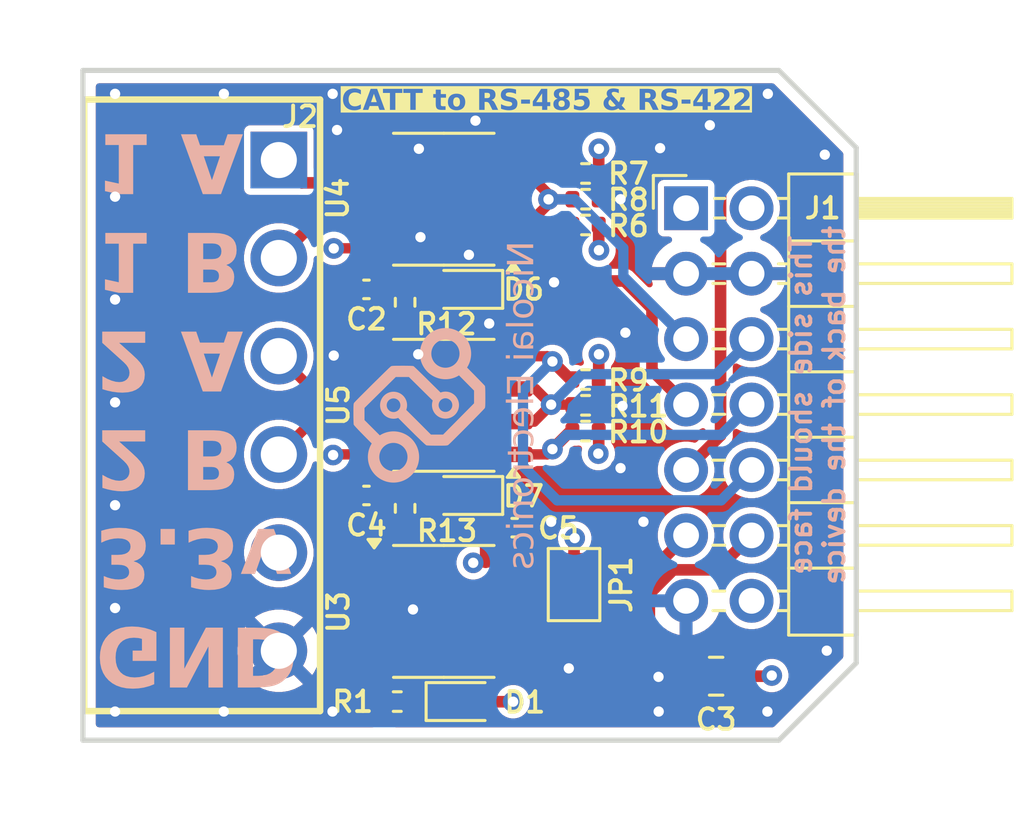
<source format=kicad_pcb>
(kicad_pcb (version 20241229) (generator "pcbnew") (generator_version "9.0")
  (layers (0 "F.Cu" signal) (4 "In1.Cu" signal) (6 "In2.Cu" signal) (2 "B.Cu" signal) (13 "F.Paste" user) (15 "B.Paste" user) (5 "F.SilkS" user "F.Silkscreen") (7 "B.SilkS" user "B.Silkscreen") (1 "F.Mask" user) (3 "B.Mask" user) (25 "Edge.Cuts" user))
  (net 0 "")
  (net 1 "+3.3V")
  (net 3 "GND")
  (net 4 "RX1")
  (net 5 "TX1")
  (net 6 "RX2")
  (net 7 "TX2")
  (net 8 "Net-(D6-A)")
  (net 9 "Net-(D7-A)")
  (net 10 "DIR1")
  (net 11 "DIR2")
  (net 12 "OUT1_N")
  (net 13 "OUT1_P")
  (net 14 "Net-(D1-K)")
  (net 15 "OUT2_N")
  (net 16 "OUT2_P")
  (net 17 "I2C_SCL")
  (net 18 "I2C_SDA")
  (net 19 "Net-(JP1-A)")
  (footprint "Resistor_SMD:R_0402_1005Metric" (layer "F.Cu") (at 4.5 -9)
    (property "Reference" "R7")
    (property "Value" "100k" (hide yes))
  )
  (footprint "Package_SO:SOIC-8_3.9x4.9mm_P1.27mm" (layer "F.Cu") (at -1 0 180)
    (property "Reference" "U5")
    (property "Value" "SN65HVD75DR" (hide yes))
  )
  (footprint "Resistor_SMD:R_0402_1005Metric" (layer "F.Cu") (at 4.5 0 180)
    (property "Reference" "R11")
    (property "Value" "100k" (hide yes))
  )
  (footprint "Resistor_SMD:R_0402_1005Metric" (layer "F.Cu") (at -2.5 -4 -90)
    (property "Reference" "R12")
    (property "Value" "1k" (hide yes))
  )
  (footprint "Package_SO:SOIC-8_3.9x4.9mm_P1.27mm" (layer "F.Cu") (at -1 -8 180)
    (property "Reference" "U4")
    (property "Value" "SN65HVD75DR" (hide yes))
  )
  (footprint "Resistor_SMD:R_0402_1005Metric" (layer "F.Cu") (at 4.5 -8 180)
    (property "Reference" "R8")
    (property "Value" "100k" (hide yes))
  )
  (footprint "Capacitor_SMD:C_0402_1005Metric" (layer "F.Cu") (at -4 -4.5 180)
    (property "Reference" "C2")
    (property "Value" "100n" (hide yes))
  )
  (footprint "Resistor_SMD:R_0402_1005Metric" (layer "F.Cu") (at -2.5 4 -90)
    (property "Reference" "R13")
    (property "Value" "1k" (hide yes))
  )
  (footprint "Capacitor_SMD:C_0402_1005Metric" (layer "F.Cu") (at 1.75 4.75)
    (property "Reference" "C5")
    (property "Value" "100n" (hide yes))
  )
  (footprint "Capacitor_SMD:C_0402_1005Metric" (layer "F.Cu") (at -4 3.5 180)
    (property "Reference" "C4")
    (property "Value" "100n" (hide yes))
  )
  (footprint "Package_SO:SOP-8_3.9x4.9mm_P1.27mm" (layer "F.Cu") (at -1 8)
    (property "Reference" "U3")
    (property "Value" "24C02BN" (hide yes))
  )
  (footprint "Resistor_SMD:R_0402_1005Metric" (layer "F.Cu") (at -2.8044 11.5)
    (property "Reference" "R1")
    (property "Value" "1k" (hide yes))
  )
  (footprint "Resistor_SMD:R_0402_1005Metric" (layer "F.Cu") (at 4.5 -7)
    (property "Reference" "R6")
    (property "Value" "100k" (hide yes))
  )
  (footprint "Jumper:SolderJumper-2_P1.3mm_Open_TrianglePad1.0x1.5mm" (layer "F.Cu") (at 4.0536 6.9596 90)
    (property "Reference" "JP1")
    (property "Value" "WP" (hide yes))
  )
  (footprint "Resistor_SMD:R_0402_1005Metric" (layer "F.Cu") (at 4.5 1)
    (property "Reference" "R10")
    (property "Value" "100k" (hide yes))
  )
  (footprint "LED_SMD:LED_0603_1608Metric" (layer "F.Cu") (at -0.2 3.5 180)
    (property "Reference" "D7")
    (property "Value" "LED" (hide yes))
  )
  (footprint "Resistor_SMD:R_0402_1005Metric" (layer "F.Cu") (at 4.5 -1)
    (property "Reference" "R9")
    (property "Value" "100k" (hide yes))
  )
  (footprint "Capacitor_SMD:C_0805_2012Metric" (layer "F.Cu") (at 9.5654 10.5156 180)
    (property "Reference" "C3")
    (property "Value" "22u" (hide yes))
  )
  (footprint "library:CONN-TH_WJ15EDGRC-3.81-6P" (layer "F.Cu") (at -7.4 0 -90)
    (property "Reference" "J2")
    (property "Value" "Output" (hide yes))
  )
  (footprint "Connector_PinHeader_2.54mm:PinHeader_2x07_P2.54mm_Horizontal" (layer "F.Cu") (at 8.4 -7.65)
    (property "Reference" "J1")
    (property "Value" "CATT" (hide yes))
  )
  (footprint "LED_SMD:LED_0603_1608Metric" (layer "F.Cu") (at -0.2 11.5)
    (property "Reference" "D1")
    (property "Value" "LED" (hide yes))
  )
  (footprint "LED_SMD:LED_0603_1608Metric" (layer "F.Cu") (at -0.2 -4.5 180)
    (property "Reference" "D6")
    (property "Value" "LED" (hide yes))
  )
  (gr_poly (pts (xy -3.472833 -0.002759) (xy -3.472189 -0.028769) (xy -3.470268 -0.054602) (xy -3.467087 -0.080216) (xy -3.462664 -0.105567) (xy -3.457018 -0.130613) (xy -3.450165 -0.15531) (xy -3.442123 -0.179616) (xy -3.432912 -0.203488) (xy -3.422547 -0.226882) (xy -3.411047 -0.249755) (xy -3.39843 -0.272065) (xy -3.384714 -0.293768) (xy -3.369917 -0.314823) (xy -3.354055 -0.335184) (xy -3.337148 -0.35481) (xy -3.319212 -0.373658) (xy -3.300365 -0.391594) (xy -3.280739 -0.408502) (xy -3.260378 -0.424364) (xy -3.239324 -0.439163) (xy -3.217621 -0.45288) (xy -3.195311 -0.465497) (xy -3.172438 -0.476998) (xy -3.149044 -0.487363) (xy -3.125172 -0.496576) (xy -3.100866 -0.504618) (xy -3.076168 -0.511471) (xy -3.051122 -0.517119) (xy -3.02577 -0.521542) (xy -3.000156 -0.524724) (xy -2.974321 -0.526646) (xy -2.94831 -0.527291) (xy -2.9223 -0.526647) (xy -2.896467 -0.524725) (xy -2.870853 -0.521544) (xy -2.845502 -0.51712) (xy -2.820456 -0.511473) (xy -2.795759 -0.50462) (xy -2.771453 -0.496578) (xy -2.747582 -0.487366) (xy -2.724188 -0.477001) (xy -2.701315 -0.465501) (xy -2.679005 -0.452884) (xy -2.657302 -0.439167) (xy -2.636248 -0.424369) (xy -2.615886 -0.408507) (xy -2.59626 -0.3916) (xy -2.577413 -0.373664) (xy -2.559477 -0.354816) (xy -2.54257 -0.33519) (xy -2.526708 -0.314829) (xy -2.51191 -0.293775) (xy -2.498194 -0.272072) (xy -2.485577 -0.249762) (xy -2.474077 -0.226888) (xy -2.463712 -0.203495) (xy -2.454499 -0.179624) (xy -2.446458 -0.155318) (xy -2.439604 -0.130621) (xy -2.433957 -0.105575) (xy -2.429534 -0.080224) (xy -2.426353 -0.05461) (xy -2.424431 -0.028777) (xy -2.423787 -0.002767) (xy -2.423939 0.008819) (xy -2.424347 0.02039) (xy -2.42501 0.03194) (xy -2.425927 0.043466) (xy -2.427097 0.054963) (xy -2.428519 0.066428) (xy -2.430193 0.077855) (xy -2.432118 0.089242) (xy -2.434294 0.100583) (xy -2.436719 0.111876) (xy -2.439392 0.123115) (xy -2.442314 0.134296) (xy -2.445482 0.145415) (xy -2.448897 0.156469) (xy -2.452558 0.167453) (xy -2.456464 0.178362) (xy -2.299423 0.333655) (xy -2.125909 0.506604) (xy -1.497965 1.136069) (xy -1.026566 1.136069) (xy -0.426068 0.529059) (xy 0.174401 -0.077981) (xy 0.174401 -0.570527) (xy -0.409914 -1.161319) (xy -0.439628 -1.143538) (xy -0.469878 -1.126837) (xy -0.500634 -1.111224) (xy -0.531866 -1.096708) (xy -0.563545 -1.083297) (xy -0.59564 -1.071001) (xy -0.628122 -1.059827) (xy -0.660961 -1.049785) (xy -0.694127 -1.040882) (xy -0.72759 -1.033128) (xy -0.761321 -1.026531) (xy -0.79529 -1.021099) (xy -0.829466 -1.016841) (xy -0.863821 -1.013765) (xy -0.898323 -1.011881) (xy -0.932945 -1.011196) (xy -0.936839 -1.011293) (xy -0.936839 -1.459067) (xy -0.909738 -1.459738) (xy -0.882821 -1.46174) (xy -0.856133 -1.465055) (xy -0.829719 -1.469664) (xy -0.803623 -1.475548) (xy -0.77789 -1.482689) (xy -0.752565 -1.491068) (xy -0.727693 -1.500666) (xy -0.703318 -1.511466) (xy -0.679485 -1.523448) (xy -0.65624 -1.536595) (xy -0.633626 -1.550887) (xy -0.611689 -1.566305) (xy -0.590474 -1.582832) (xy -0.570025 -1.600449) (xy -0.550387 -1.619137) (xy -0.531699 -1.638775) (xy -0.514082 -1.659224) (xy -0.497555 -1.68044) (xy -0.482136 -1.702376) (xy -0.467845 -1.72499) (xy -0.454698 -1.748235) (xy -0.442716 -1.772067) (xy -0.431916 -1.796442) (xy -0.422318 -1.821314) (xy -0.413939 -1.846638) (xy -0.406798 -1.872371) (xy -0.400914 -1.898466) (xy -0.396305 -1.924879) (xy -0.39299 -1.951566) (xy -0.390988 -1.978482) (xy -0.390317 -2.005581) (xy -0.390987 -2.032681) (xy -0.392989 -2.059598) (xy -0.396304 -2.086286) (xy -0.400912 -2.112701) (xy -0.406796 -2.138797) (xy -0.413936 -2.16453) (xy -0.422315 -2.189855) (xy -0.431913 -2.214728) (xy -0.442712 -2.239103) (xy -0.454694 -2.262936) (xy -0.46784 -2.286181) (xy -0.482132 -2.308795) (xy -0.49755 -2.330732) (xy -0.514077 -2.351948) (xy -0.531693 -2.372397) (xy -0.550381 -2.392035) (xy -0.570019 -2.410724) (xy -0.590468 -2.428341) (xy -0.611683 -2.444868) (xy -0.63362 -2.460287) (xy -0.656233 -2.474579) (xy -0.679479 -2.487726) (xy -0.703312 -2.499709) (xy -0.727687 -2.510509) (xy -0.752559 -2.520108) (xy -0.777885 -2.528487) (xy -0.803619 -2.535628) (xy -0.829716 -2.541513) (xy -0.856131 -2.546122) (xy -0.88282 -2.549437) (xy -0.909738 -2.551439) (xy -0.93684 -2.552111) (xy -0.963941 -2.55144) (xy -0.990858 -2.549438) (xy -1.017546 -2.546123) (xy -1.04396 -2.541514) (xy -1.070056 -2.53563) (xy -1.095789 -2.52849) (xy -1.121114 -2.520111) (xy -1.145987 -2.510512) (xy -1.170362 -2.499712) (xy -1.194194 -2.48773) (xy -1.21744 -2.474584) (xy -1.240053 -2.460292) (xy -1.26199 -2.444873) (xy -1.283205 -2.428346) (xy -1.303654 -2.410729) (xy -1.323292 -2.392041) (xy -1.34198 -2.372403) (xy -1.359597 -2.351954) (xy -1.376124 -2.330739) (xy -1.391543 -2.308802) (xy -1.405835 -2.286188) (xy -1.418981 -2.262943) (xy -1.430963 -2.23911) (xy -1.441763 -2.214735) (xy -1.451362 -2.189863) (xy -1.459741 -2.164538) (xy -1.466881 -2.138805) (xy -1.472765 -2.112709) (xy -1.477374 -2.086294) (xy -1.480688 -2.059606) (xy -1.482691 -2.03269) (xy -1.483362 -2.005589) (xy -1.483362 -2.00559) (xy -1.483362 -2.005591) (xy -1.483362 -2.005592) (xy -1.483362 -2.005593) (xy -1.483362 -2.005594) (xy -1.483362 -2.005596) (xy -1.483363 -2.005596) (xy -1.483363 -2.005597) (xy -1.482692 -1.978497) (xy -1.48069 -1.95158) (xy -1.477376 -1.924892) (xy -1.472768 -1.898478) (xy -1.466884 -1.872381) (xy -1.459744 -1.846648) (xy -1.451365 -1.821323) (xy -1.441767 -1.79645) (xy -1.430967 -1.772075) (xy -1.418985 -1.748243) (xy -1.405839 -1.724997) (xy -1.391548 -1.702383) (xy -1.376129 -1.680446) (xy -1.359602 -1.65923) (xy -1.341986 -1.638781) (xy -1.323298 -1.619143) (xy -1.30366 -1.600455) (xy -1.283211 -1.582837) (xy -1.261996 -1.56631) (xy -1.240059 -1.550891) (xy -1.217446 -1.536599) (xy -1.1942 -1.523452) (xy -1.170368 -1.511469) (xy -1.145993 -1.500669) (xy -1.12112 -1.49107) (xy -1.095794 -1.482691) (xy -1.070061 -1.47555) (xy -1.043964 -1.469665) (xy -1.017548 -1.465056) (xy -0.990859 -1.461741) (xy -0.963941 -1.459738) (xy -0.936839 -1.459067) (xy -0.936839 -1.011293) (xy -0.982254 -1.012418) (xy -1.031229 -1.016061) (xy -1.079788 -1.022093) (xy -1.127849 -1.030478) (xy -1.175331 -1.041184) (xy -1.222153 -1.054177) (xy -1.268232 -1.069423) (xy -1.313487 -1.086888) (xy -1.357837 -1.106538) (xy -1.401201 -1.128341) (xy -1.443496 -1.15226) (xy -1.484642 -1.178265) (xy -1.524556 -1.206319) (xy -1.563157 -1.23639) (xy -1.600364 -1.268444) (xy -1.636095 -1.302447) (xy -1.670098 -1.338179) (xy -1.702152 -1.375386) (xy -1.732223 -1.413987) (xy -1.760277 -1.453901) (xy -1.786281 -1.495046) (xy -1.810201 -1.537341) (xy -1.832003 -1.580704) (xy -1.851654 -1.625054) (xy -1.869119 -1.670309) (xy -1.884364 -1.716388) (xy -1.897357 -1.763208) (xy -1.908063 -1.810689) (xy -1.916449 -1.858749) (xy -1.92248 -1.907307) (xy -1.926124 -1.956281) (xy -1.927346 -2.005589) (xy -1.926124 -2.054899) (xy -1.922481 -2.103874) (xy -1.91645 -2.152433) (xy -1.908065 -2.200494) (xy -1.89736 -2.247976) (xy -1.884367 -2.294797) (xy -1.869122 -2.340876) (xy -1.851657 -2.386132) (xy -1.832007 -2.430482) (xy -1.810206 -2.473846) (xy -1.786286 -2.516141) (xy -1.760282 -2.557287) (xy -1.732228 -2.597201) (xy -1.702157 -2.635803) (xy -1.670104 -2.67301) (xy -1.636101 -2.708742) (xy -1.60037 -2.742745) (xy -1.563163 -2.774799) (xy -1.524562 -2.804871) (xy -1.484648 -2.832925) (xy -1.443502 -2.85893) (xy -1.401207 -2.88285) (xy -1.357844 -2.904652) (xy -1.313493 -2.924303) (xy -1.268238 -2.941768) (xy -1.222158 -2.957014) (xy -1.175336 -2.970008) (xy -1.127854 -2.980714) (xy -1.079792 -2.9891) (xy -1.031232 -2.995132) (xy -0.982256 -2.998776) (xy -0.932945 -2.999998) (xy -0.883635 -2.998776) (xy -0.83466 -2.995133) (xy -0.786101 -2.989101) (xy -0.73804 -2.980716) (xy -0.690558 -2.97001) (xy -0.643737 -2.957017) (xy -0.597658 -2.941771) (xy -0.552403 -2.924306) (xy -0.508053 -2.904656) (xy -0.464689 -2.882854) (xy -0.422394 -2.858934) (xy -0.381249 -2.83293) (xy -0.341335 -2.804875) (xy -0.302733 -2.774804) (xy -0.265526 -2.74275) (xy -0.229795 -2.708747) (xy -0.195792 -2.673016) (xy -0.163738 -2.635809) (xy -0.133667 -2.597207) (xy -0.105613 -2.557293) (xy -0.079609 -2.516148) (xy -0.055689 -2.473852) (xy -0.033887 -2.430489) (xy -0.014236 -2.386139) (xy 0.003229 -2.340884) (xy 0.018474 -2.294804) (xy 0.031467 -2.247983) (xy 0.042173 -2.200501) (xy 0.050559 -2.15244) (xy 0.05659 -2.103881) (xy 0.060233 -2.054906) (xy 0.061455 -2.005597) (xy 0.060803 -1.969784) (xy 0.058867 -1.9341) (xy 0.055658 -1.898577) (xy 0.051184 -1.863249) (xy 0.045457 -1.828147) (xy 0.038485 -1.793305) (xy 0.030278 -1.758755) (xy 0.020846 -1.724532) (xy 0.010198 -1.690666) (xy -0.001655 -1.657192) (xy -0.014705 -1.624143) (xy -0.02894 -1.59155) (xy -0.044353 -1.559447) (xy -0.060932 -1.527867) (xy -0.078669 -1.496843) (xy -0.097553 -1.466408) (xy 0.153626 -1.211551) (xy 0.373345 -0.987055) (xy 0.530886 -0.823769) (xy 0.576742 -0.774719) (xy 0.58976 -0.760029) (xy 0.595534 -0.752539) (xy 0.597665 -0.747096) (xy 0.599644 -0.739009) (xy 0.603154 -0.714717) (xy 0.606078 -0.679283) (xy 0.608431 -0.632327) (xy 0.61023 -0.57347) (xy 0.611489 -0.502332) (xy 0.612451 -0.321699) (xy 0.612255 -0.202406) (xy 0.611999 -0.152471) (xy 0.611604 -0.108439) (xy 0.611044 -0.069881) (xy 0.610296 -0.03637) (xy 0.609334 -0.007476) (xy 0.608132 0.017228) (xy 0.606666 0.03817) (xy 0.60491 0.05578) (xy 0.603916 0.063469) (xy 0.60284 0.070486) (xy 0.601679 0.076883) (xy 0.60043 0.082715) (xy 0.59909 0.088035) (xy 0.597656 0.092897) (xy 0.596124 0.097354) (xy 0.594491 0.101459) (xy 0.592755 0.105267) (xy 0.590912 0.108831) (xy 0.588959 0.112204) (xy 0.586893 0.11544) (xy 0.517587 0.191321) (xy 0.357641 0.356848) (xy -0.114161 0.83587) (xy -0.588498 1.310569) (xy -0.751613 1.470692) (xy -0.825357 1.539008) (xy -0.840602 1.547577) (xy -0.849205 1.551115) (xy -0.859089 1.554197) (xy -0.870725 1.556854) (xy -0.884584 1.559117) (xy -0.920848 1.562585) (xy -0.971648 1.56485) (xy -1.040746 1.56616) (xy -1.248895 1.56691) (xy -1.326201 1.566666) (xy -1.400051 1.565966) (xy -1.468702 1.564861) (xy -1.530417 1.563398) (xy -1.583454 1.561626) (xy -1.626074 1.559596) (xy -1.656537 1.557355) (xy -1.666666 1.556171) (xy -1.673103 1.554953) (xy -1.681096 1.550976) (xy -1.693706 1.542107) (xy -1.733151 1.509334) (xy -1.792193 1.455913) (xy -1.871586 1.381126) (xy -2.094442 1.164574) (xy -2.407752 0.853924) (xy -2.599138 0.661817) (xy -2.769219 0.489535) (xy -2.780012 0.49337) (xy -2.790877 0.496966) (xy -2.80181 0.500322) (xy -2.812807 0.503437) (xy -2.823864 0.50631) (xy -2.834977 0.50894) (xy -2.846143 0.511328) (xy -2.857356 0.513471) (xy -2.868613 0.515371) (xy -2.87991 0.517024) (xy -2.891244 0.518432) (xy -2.902609 0.519594) (xy -2.914002 0.520507) (xy -2.92542 0.521173) (xy -2.936857 0.52159) (xy -2.94831 0.521757) (xy -2.949345 0.521731) (xy -2.949345 0.261861) (xy -2.935715 0.261516) (xy -2.922265 0.260493) (xy -2.909009 0.258808) (xy -2.895966 0.256479) (xy -2.883152 0.253521) (xy -2.870584 0.249951) (xy -2.858277 0.245787) (xy -2.846249 0.241045) (xy -2.834517 0.23574) (xy -2.823097 0.229891) (xy -2.812005 0.223513) (xy -2.801259 0.216624) (xy -2.790875 0.209239) (xy -2.780869 0.201376) (xy -2.771259 0.193051) (xy -2.76206 0.184281) (xy -2.75329 0.175083) (xy -2.744966 0.165472) (xy -2.737103 0.155466) (xy -2.729718 0.145082) (xy -2.722829 0.134335) (xy -2.716451 0.123244) (xy -2.710602 0.111823) (xy -2.705298 0.10009) (xy -2.700555 0.088062) (xy -2.696391 0.075755) (xy -2.692821 0.063186) (xy -2.689864 0.050372) (xy -2.687534 0.037328) (xy -2.685849 0.024072) (xy -2.684826 0.010621) (xy -2.684481 -0.003009) (xy -2.684826 -0.016639) (xy -2.68585 -0.03009) (xy -2.687535 -0.043345) (xy -2.689865 -0.056388) (xy -2.692823 -0.069202) (xy -2.696392 -0.081771) (xy -2.700557 -0.094077) (xy -2.7053 -0.106105) (xy -2.710604 -0.117837) (xy -2.716454 -0.129257) (xy -2.722832 -0.140348) (xy -2.729721 -0.151094) (xy -2.737106 -0.161479) (xy -2.744969 -0.171484) (xy -2.753294 -0.181094) (xy -2.762064 -0.190292) (xy -2.771262 -0.199062) (xy -2.780873 -0.207387) (xy -2.790879 -0.215249) (xy -2.801263 -0.222634) (xy -2.812009 -0.229523) (xy -2.8231 -0.2359) (xy -2.834521 -0.241749) (xy -2.846253 -0.247053) (xy -2.85828 -0.251795) (xy -2.870586 -0.255959) (xy -2.883155 -0.259528) (xy -2.895968 -0.262486) (xy -2.909011 -0.264815) (xy -2.922266 -0.266499) (xy -2.935716 -0.267522) (xy -2.949345 -0.267867) (xy -2.962975 -0.267521) (xy -2.976425 -0.266498) (xy -2.989681 -0.264814) (xy -3.002724 -0.262484) (xy -3.015538 -0.259526) (xy -3.028106 -0.255957) (xy -3.040413 -0.251793) (xy -3.05244 -0.24705) (xy -3.064173 -0.241746) (xy -3.075593 -0.235896) (xy -3.086685 -0.229519) (xy -3.097431 -0.222629) (xy -3.107815 -0.215245) (xy -3.117821 -0.207382) (xy -3.127431 -0.199057) (xy -3.136629 -0.190287) (xy -3.145399 -0.181089) (xy -3.153724 -0.171478) (xy -3.161587 -0.161473) (xy -3.168971 -0.151088) (xy -3.175861 -0.140342) (xy -3.182238 -0.129251) (xy -3.188088 -0.11783) (xy -3.193392 -0.106098) (xy -3.198134 -0.09407) (xy -3.202299 -0.081764) (xy -3.205868 -0.069195) (xy -3.208826 -0.056381) (xy -3.211155 -0.043338) (xy -3.21284 -0.030083) (xy -3.213863 -0.016632) (xy -3.214208 -0.003003) (xy -3.214208 -0.002995) (xy -3.213863 0.010635) (xy -3.212839 0.024085) (xy -3.211154 0.037341) (xy -3.208824 0.050383) (xy -3.205866 0.063198) (xy -3.202296 0.075766) (xy -3.198132 0.088072) (xy -3.193389 0.1001) (xy -3.188084 0.111832) (xy -3.182235 0.123252) (xy -3.175857 0.134344) (xy -3.168967 0.14509) (xy -3.161583 0.155474) (xy -3.15372 0.165479) (xy -3.145395 0.175089) (xy -3.136625 0.184287) (xy -3.127426 0.193057) (xy -3.117816 0.201382) (xy -3.10781 0.209244) (xy -3.097426 0.216628) (xy -3.08668 0.223517) (xy -3.075589 0.229895) (xy -3.064169 0.235744) (xy -3.052437 0.241048) (xy -3.040409 0.24579) (xy -3.028103 0.249954) (xy -3.015535 0.253523) (xy -3.002721 0.25648) (xy -2.989679 0.258809) (xy -2.976424 0.260494) (xy -2.962974 0.261516) (xy -2.949345 0.261861) (xy -2.949345 0.521731) (xy -2.97432 0.521113) (xy -3.000153 0.519191) (xy -3.025767 0.51601) (xy -3.051118 0.511586) (xy -3.076164 0.505939) (xy -3.100861 0.499086) (xy -3.125166 0.491044) (xy -3.149038 0.481832) (xy -3.172431 0.471467) (xy -3.195305 0.459967) (xy -3.217614 0.44735) (xy -3.239318 0.433633) (xy -3.260372 0.418835) (xy -3.280733 0.402973) (xy -3.300359 0.386066) (xy -3.319207 0.36813) (xy -3.337142 0.349282) (xy -3.35405 0.329656) (xy -3.369912 0.309295) (xy -3.38471 0.288241) (xy -3.398426 0.266538) (xy -3.411043 0.244228) (xy -3.422543 0.221354) (xy -3.432908 0.197961) (xy -3.442121 0.174089) (xy -3.450162 0.149784) (xy -3.457016 0.125087) (xy -3.462663 0.100041) (xy -3.467086 0.07469) (xy -3.470268 0.049076) (xy -3.472189 0.023243) (xy -3.472834 -0.002767)) (stroke (width -0.000001)) (fill yes) (layer "B.SilkS"))
  (gr_poly (pts (xy -4.506282 0.207879) (xy -4.506051 0.159306) (xy -4.505675 0.116718) (xy -4.505121 0.079647) (xy -4.50436 0.04762) (xy -4.50336 0.020168) (xy -4.50209 -0.003179) (xy -4.500519 -0.022893) (xy -4.499611 -0.031535) (xy -4.498616 -0.039444) (xy -4.497531 -0.04668) (xy -4.496351 -0.053302) (xy -4.495072 -0.059369) (xy -4.493692 -0.064938) (xy -4.492205 -0.07007) (xy -4.490607 -0.074822) (xy -4.488896 -0.079255) (xy -4.487068 -0.083426) (xy -4.485117 -0.087394) (xy -4.483041 -0.091218) (xy -4.478497 -0.09867) (xy -4.410181 -0.172414) (xy -4.250058 -0.335529) (xy -3.775359 -0.809866) (xy -3.296337 -1.281668) (xy -3.130809 -1.441614) (xy -3.054928 -1.51092) (xy -3.040906 -1.518527) (xy -3.03229 -1.521695) (xy -3.022021 -1.524472) (xy -2.99477 -1.528954) (xy -2.955653 -1.532176) (xy -2.901167 -1.534338) (xy -2.827812 -1.535642) (xy -2.610486 -1.536478) (xy -2.511742 -1.536258) (xy -2.426372 -1.535527) (xy -2.353973 -1.534271) (xy -2.294138 -1.532474) (xy -2.246463 -1.530119) (xy -2.227059 -1.528729) (xy -2.210542 -1.527193) (xy -2.196863 -1.525511) (xy -2.185971 -1.523679) (xy -2.177815 -1.521697) (xy -2.172345 -1.519562) (xy -2.136649 -1.488428) (xy -2.055645 -1.411701) (xy -1.793908 -1.157322) (xy -1.12488 -0.495798) (xy -1.128163 -0.494637) (xy -1.131437 -0.493455) (xy -1.134704 -0.49225) (xy -1.137964 -0.491024) (xy -1.143989 -0.488435) (xy -1.14998 -0.485771) (xy -1.155937 -0.483032) (xy -1.161859 -0.48022) (xy -1.167746 -0.477333) (xy -1.173596 -0.474373) (xy -1.179409 -0.47134) (xy -1.185185 -0.468234) (xy -1.19092 -0.465053) (xy -1.196613 -0.461801) (xy -1.202266 -0.458478) (xy -1.207876 -0.455086) (xy -1.213443 -0.451623) (xy -1.218967 -0.44809) (xy -1.224446 -0.444489) (xy -1.229881 -0.440819) (xy -1.23527 -0.437082) (xy -1.240612 -0.433279) (xy -1.245905 -0.429409) (xy -1.25115 -0.425474) (xy -1.256345 -0.421473) (xy -1.26149 -0.417408) (xy -1.266584 -0.413278) (xy -1.271626 -0.409084) (xy -1.276611 -0.404831) (xy -1.281543 -0.400516) (xy -1.286419 -0.39614) (xy -1.291241 -0.391703) (xy -1.296007 -0.387207) (xy -1.300716 -0.382651) (xy -1.305369 -0.378037) (xy -1.309964 -0.373364) (xy -1.314506 -0.368631) (xy -1.318988 -0.363841) (xy -1.323409 -0.358996) (xy -1.327769 -0.354096) (xy -1.332068 -0.349142) (xy -1.336304 -0.344135) (xy -1.340478 -0.339074) (xy -1.344589 -0.333961) (xy -1.348631 -0.328802) (xy -1.352609 -0.323593) (xy -1.35652 -0.318335) (xy -1.360366 -0.313028) (xy -1.364144 -0.307674) (xy -1.367856 -0.302274) (xy -1.3715 -0.296826) (xy -1.375077 -0.291333) (xy -1.378584 -0.285792) (xy -1.382021 -0.280208) (xy -1.385388 -0.274583) (xy -1.388684 -0.268915) (xy -1.391908 -0.263208) (xy -1.395062 -0.25746) (xy -1.398144 -0.251672) (xy -1.401153 -0.245846) (xy -1.404091 -0.239983) (xy -1.406956 -0.234084) (xy -1.409746 -0.228151) (xy -1.412462 -0.222183) (xy -1.415103 -0.216182) (xy -1.417668 -0.210148) (xy -1.420159 -0.204081) (xy -1.422574 -0.197983) (xy -1.423758 -0.194535) (xy -1.424602 -0.192018) (xy -1.418368 -0.208173) (xy -1.408003 -0.231567) (xy -1.396504 -0.25444) (xy -1.383887 -0.27675) (xy -1.37017 -0.298454) (xy -1.355373 -0.319508) (xy -1.339511 -0.33987) (xy -1.322604 -0.359496) (xy -1.304668 -0.378343) (xy -1.285821 -0.39628) (xy -1.266195 -0.413188) (xy -1.245834 -0.42905) (xy -1.22478 -0.443848) (xy -1.203077 -0.457565) (xy -1.180767 -0.470182) (xy -1.157894 -0.481683) (xy -1.1345 -0.492048) (xy -1.110629 -0.501261) (xy -1.086323 -0.509303) (xy -1.061625 -0.516157) (xy -1.036579 -0.521804) (xy -1.011227 -0.526228) (xy -0.985613 -0.529409) (xy -0.959779 -0.531331) (xy -0.933768 -0.531976) (xy -0.907758 -0.531332) (xy -0.881925 -0.52941) (xy -0.856311 -0.526229) (xy -0.83096 -0.521806) (xy -0.805914 -0.516159) (xy -0.781217 -0.509305) (xy -0.756912 -0.501264) (xy -0.73304 -0.492051) (xy -0.709647 -0.481686) (xy -0.686773 -0.470186) (xy -0.664463 -0.457569) (xy -0.64276 -0.443852) (xy -0.621706 -0.429054) (xy -0.601345 -0.413192) (xy -0.581719 -0.396285) (xy -0.562871 -0.378349) (xy -0.544936 -0.359501) (xy -0.528028 -0.339875) (xy -0.512166 -0.319514) (xy -0.497368 -0.29846) (xy -0.483652 -0.276757) (xy -0.471035 -0.254447) (xy -0.459535 -0.231574) (xy -0.44917 -0.208181) (xy -0.439958 -0.18431) (xy -0.431916 -0.160005) (xy -0.425063 -0.135308) (xy -0.419416 -0.110263) (xy -0.414992 -0.084913) (xy -0.411811 -0.0593) (xy -0.409889 -0.033468) (xy -0.409245 -0.00746) (xy -0.409889 0.01855) (xy -0.41181 0.044383) (xy -0.414991 0.069997) (xy -0.419414 0.095348) (xy -0.42506 0.120394) (xy -0.431913 0.145091) (xy -0.439954 0.169397) (xy -0.449166 0.193269) (xy -0.459531 0.216663) (xy -0.47103 0.239536) (xy -0.483647 0.261846) (xy -0.497363 0.28355) (xy -0.512161 0.304604) (xy -0.528023 0.324965) (xy -0.54493 0.344591) (xy -0.562866 0.363439) (xy -0.581713 0.381375) (xy -0.601339 0.398283) (xy -0.6217 0.414145) (xy -0.642754 0.428944) (xy -0.664457 0.442661) (xy -0.686767 0.455278) (xy -0.70964 0.466778) (xy -0.733034 0.477144) (xy -0.756905 0.486357) (xy -0.781211 0.494399) (xy -0.805909 0.501252) (xy -0.830955 0.5069) (xy -0.856307 0.511323) (xy -0.881921 0.514505) (xy -0.907755 0.516427) (xy -0.933766 0.517072) (xy -0.934802 0.517046) (xy -0.934802 0.257176) (xy -0.921172 0.25683) (xy -0.907721 0.255807) (xy -0.894466 0.254123) (xy -0.881423 0.251793) (xy -0.868609 0.248835) (xy -0.85604 0.245266) (xy -0.843733 0.241102) (xy -0.831706 0.236359) (xy -0.819973 0.231055) (xy -0.808553 0.225205) (xy -0.797462 0.218828) (xy -0.786715 0.211938) (xy -0.776331 0.204554) (xy -0.766325 0.19669) (xy -0.756715 0.188366) (xy -0.747517 0.179596) (xy -0.738747 0.170397) (xy -0.730422 0.160786) (xy -0.722559 0.15078) (xy -0.715175 0.140396) (xy -0.708285 0.12965) (xy -0.701908 0.118558) (xy -0.696059 0.107137) (xy -0.690754 0.095404) (xy -0.686012 0.083376) (xy -0.681848 0.071069) (xy -0.678278 0.0585) (xy -0.675321 0.045686) (xy -0.672991 0.032642) (xy -0.671307 0.019387) (xy -0.670283 0.005935) (xy -0.669939 -0.007695) (xy -0.670284 -0.021325) (xy -0.671307 -0.034775) (xy -0.672993 -0.048031) (xy -0.675322 -0.061074) (xy -0.678281 -0.073888) (xy -0.68185 -0.086456) (xy -0.686015 -0.098762) (xy -0.690758 -0.11079) (xy -0.696062 -0.122522) (xy -0.701912 -0.133942) (xy -0.70829 -0.145033) (xy -0.715179 -0.155779) (xy -0.722564 -0.166164) (xy -0.730427 -0.176169) (xy -0.738752 -0.185779) (xy -0.747522 -0.194977) (xy -0.75672 -0.203747) (xy -0.766331 -0.212071) (xy -0.776336 -0.219934) (xy -0.78672 -0.227318) (xy -0.797466 -0.234207) (xy -0.808558 -0.240584) (xy -0.819978 -0.246433) (xy -0.83171 -0.251737) (xy -0.843737 -0.256479) (xy -0.856043 -0.260643) (xy -0.868612 -0.264212) (xy -0.881425 -0.26717) (xy -0.894468 -0.269499) (xy -0.907722 -0.271183) (xy -0.921173 -0.272206) (xy -0.934802 -0.27255) (xy -0.948431 -0.272206) (xy -0.961882 -0.271182) (xy -0.975137 -0.269498) (xy -0.98818 -0.267168) (xy -1.000994 -0.264211) (xy -1.013563 -0.260641) (xy -1.025869 -0.256477) (xy -1.037897 -0.251734) (xy -1.049629 -0.24643) (xy -1.06105 -0.240581) (xy -1.072141 -0.234203) (xy -1.082887 -0.227314) (xy -1.093272 -0.21993) (xy -1.103277 -0.212067) (xy -1.112888 -0.203742) (xy -1.122086 -0.194972) (xy -1.130856 -0.185774) (xy -1.139181 -0.176163) (xy -1.147044 -0.166158) (xy -1.154428 -0.155773) (xy -1.161318 -0.145027) (xy -1.167695 -0.133936) (xy -1.173545 -0.122515) (xy -1.178849 -0.110783) (xy -1.183591 -0.098755) (xy -1.187756 -0.086449) (xy -1.191325 -0.07388) (xy -1.194283 -0.061066) (xy -1.196613 -0.048023) (xy -1.198297 -0.034768) (xy -1.19932 -0.021317) (xy -1.199665 -0.007687) (xy -1.199665 -0.007681) (xy -1.19932 0.005949) (xy -1.198297 0.0194) (xy -1.196611 0.032655) (xy -1.194282 0.045698) (xy -1.191323 0.058512) (xy -1.187754 0.07108) (xy -1.183589 0.083387) (xy -1.178846 0.095414) (xy -1.173542 0.107146) (xy -1.167692 0.118566) (xy -1.161314 0.129658) (xy -1.154425 0.140404) (xy -1.14704 0.150788) (xy -1.139177 0.160793) (xy -1.130852 0.170404) (xy -1.122082 0.179602) (xy -1.112883 0.188371) (xy -1.103273 0.196696) (xy -1.093267 0.204559) (xy -1.082883 0.211943) (xy -1.072137 0.218832) (xy -1.061045 0.225209) (xy -1.049625 0.231058) (xy -1.037893 0.236362) (xy -1.025866 0.241104) (xy -1.01356 0.245268) (xy -1.000991 0.248837) (xy -0.988178 0.251795) (xy -0.975135 0.254124) (xy -0.961881 0.255808) (xy -0.948431 0.256831) (xy -0.934802 0.257176) (xy -0.934802 0.517046) (xy -0.959776 0.516428) (xy -0.985609 0.514506) (xy -1.011223 0.511324) (xy -1.036574 0.506901) (xy -1.06162 0.501254) (xy -1.086317 0.494401) (xy -1.110623 0.486359) (xy -1.134494 0.477147) (xy -1.157888 0.466782) (xy -1.180761 0.455282) (xy -1.203071 0.442664) (xy -1.224774 0.428948) (xy -1.245828 0.41415) (xy -1.26619 0.398288) (xy -1.285816 0.38138) (xy -1.304663 0.363444) (xy -1.322599 0.344597) (xy -1.339506 0.324971) (xy -1.355368 0.30461) (xy -1.370166 0.283556) (xy -1.383882 0.261852) (xy -1.3965 0.239543) (xy -1.408 0.216669) (xy -1.418365 0.193276) (xy -1.427577 0.169404) (xy -1.435619 0.145099) (xy -1.442472 0.120401) (xy -1.448119 0.095356) (xy -1.452543 0.070005) (xy -1.455724 0.044391) (xy -1.457646 0.018557) (xy -1.458291 -0.007452) (xy -1.45829 -0.007451) (xy -1.45829 -0.00745) (xy -1.45829 -0.007449) (xy -1.45829 -0.007448) (xy -1.45829 -0.007447) (xy -1.45829 -0.007446) (xy -1.45829 -0.007445) (xy -1.457646 -0.033455) (xy -1.455725 -0.059288) (xy -1.452544 -0.084902) (xy -1.448121 -0.110253) (xy -1.442474 -0.135299) (xy -1.435621 -0.159996) (xy -1.42758 -0.184302) (xy -1.427512 -0.184478) (xy -1.559926 -0.313613) (xy -1.70703 -0.458223) (xy -2.354385 -1.09846) (xy -2.861504 -1.09846) (xy -3.468545 -0.49796) (xy -4.075586 0.102539) (xy -4.075586 0.573938) (xy -3.481948 1.16609) (xy -3.451891 1.147746) (xy -3.421273 1.130514) (xy -3.390123 1.114405) (xy -3.358473 1.099426) (xy -3.326356 1.085587) (xy -3.293801 1.072896) (xy -3.260841 1.061364) (xy -3.227506 1.050999) (xy -3.193829 1.041811) (xy -3.159839 1.033808) (xy -3.125569 1.027) (xy -3.091051 1.021395) (xy -3.056314 1.017004) (xy -3.021391 1.013834) (xy -2.986312 1.011896) (xy -2.95111 1.011198) (xy -2.901801 1.01242) (xy -2.852826 1.016063) (xy -2.804267 1.022095) (xy -2.756206 1.03048) (xy -2.708724 1.041187) (xy -2.661903 1.054179) (xy -2.615823 1.069425) (xy -2.570568 1.08689) (xy -2.526218 1.10654) (xy -2.482854 1.128342) (xy -2.440559 1.152262) (xy -2.399414 1.178266) (xy -2.3595 1.206321) (xy -2.320898 1.236392) (xy -2.283691 1.268445) (xy -2.24796 1.302448) (xy -2.213957 1.33818) (xy -2.181903 1.375387) (xy -2.151832 1.413988) (xy -2.123778 1.453902) (xy -2.097774 1.495048) (xy -2.073854 1.537343) (xy -2.052052 1.580706) (xy -2.032401 1.625056) (xy -2.014936 1.670311) (xy -1.999691 1.716389) (xy -1.986698 1.76321) (xy -1.975992 1.810691) (xy -1.967606 1.858752) (xy -1.961575 1.907309) (xy -1.957931 1.956283) (xy -1.956709 2.005591) (xy -1.957931 2.054901) (xy -1.961574 2.103876) (xy -1.967605 2.152435) (xy -1.97599 2.200496) (xy -1.986696 2.247978) (xy -1.999688 2.294799) (xy -2.014933 2.340878) (xy -2.032398 2.386134) (xy -2.052048 2.430484) (xy -2.07385 2.473847) (xy -2.097769 2.516143) (xy -2.123773 2.557288) (xy -2.151827 2.597202) (xy -2.181898 2.635804) (xy -2.213952 2.673011) (xy -2.247955 2.708743) (xy -2.283686 2.742746) (xy -2.320893 2.7748) (xy -2.359494 2.804872) (xy -2.399408 2.832927) (xy -2.440553 2.858931) (xy -2.482848 2.882851) (xy -2.526212 2.904654) (xy -2.570562 2.924304) (xy -2.615818 2.94177) (xy -2.661897 2.957016) (xy -2.708719 2.970009) (xy -2.756202 2.980716) (xy -2.804263 2.989102) (xy -2.852823 2.995134) (xy -2.901799 2.998778) (xy -2.95111 3) (xy -2.955003 2.999903) (xy -2.955003 2.552122) (xy -2.927903 2.551451) (xy -2.900986 2.549448) (xy -2.874298 2.546134) (xy -2.847883 2.541525) (xy -2.821787 2.535641) (xy -2.796054 2.5285) (xy -2.770729 2.520121) (xy -2.745857 2.510523) (xy -2.721482 2.499723) (xy -2.697649 2.48774) (xy -2.674404 2.474594) (xy -2.65179 2.460302) (xy -2.629853 2.444884) (xy -2.608638 2.428356) (xy -2.588189 2.41074) (xy -2.568551 2.392052) (xy -2.549863 2.372414) (xy -2.532247 2.351965) (xy -2.515719 2.33075) (xy -2.500301 2.308813) (xy -2.486009 2.286199) (xy -2.472863 2.262954) (xy -2.46088 2.239122) (xy -2.450081 2.214747) (xy -2.440482 2.189875) (xy -2.432103 2.164551) (xy -2.424962 2.138818) (xy -2.419078 2.112723) (xy -2.414469 2.08631) (xy -2.411155 2.059623) (xy -2.409152 2.032708) (xy -2.408481 2.005608) (xy -2.409152 1.978508) (xy -2.411154 1.951591) (xy -2.414468 1.924903) (xy -2.419076 1.898489) (xy -2.42496 1.872393) (xy -2.4321 1.84666) (xy -2.440479 1.821334) (xy -2.450077 1.796462) (xy -2.460876 1.772087) (xy -2.472858 1.748254) (xy -2.486004 1.725008) (xy -2.500296 1.702394) (xy -2.515714 1.680457) (xy -2.532241 1.659242) (xy -2.549858 1.638792) (xy -2.568546 1.619154) (xy -2.588183 1.600466) (xy -2.608632 1.582849) (xy -2.629848 1.566321) (xy -2.651784 1.550902) (xy -2.674398 1.53661) (xy -2.697643 1.523463) (xy -2.721476 1.511481) (xy -2.745851 1.500681) (xy -2.770724 1.491081) (xy -2.796049 1.482702) (xy -2.821783 1.475561) (xy -2.84788 1.469676) (xy -2.874295 1.465067) (xy -2.900984 1.461752) (xy -2.927902 1.45975) (xy -2.955004 1.459078) (xy -2.982105 1.459749) (xy -3.009021 1.461751) (xy -3.035709 1.465066) (xy -3.062124 1.469674) (xy -3.08822 1.475558) (xy -3.113953 1.482699) (xy -3.139278 1.491078) (xy -3.16415 1.500677) (xy -3.188525 1.511477) (xy -3.212358 1.523459) (xy -3.235603 1.536606) (xy -3.258217 1.550897) (xy -3.280153 1.566316) (xy -3.301369 1.582843) (xy -3.321818 1.60046) (xy -3.341456 1.619148) (xy -3.360144 1.638786) (xy -3.377761 1.659235) (xy -3.394288 1.680451) (xy -3.409707 1.702387) (xy -3.423999 1.725001) (xy -3.437145 1.748246) (xy -3.449128 1.772079) (xy -3.459928 1.796454) (xy -3.469526 1.821326) (xy -3.477905 1.846651) (xy -3.485046 1.872384) (xy -3.49093 1.89848) (xy -3.495539 1.924894) (xy -3.498853 1.951582) (xy -3.500856 1.978499) (xy -3.501527 2.005596) (xy -3.500856 2.032692) (xy -3.498855 2.059609) (xy -3.49554 2.086297) (xy -3.490932 2.112711) (xy -3.485049 2.138808) (xy -3.477908 2.164541) (xy -3.46953 2.189866) (xy -3.459932 2.214738) (xy -3.449132 2.239113) (xy -3.43715 2.262946) (xy -3.424004 2.286192) (xy -3.409713 2.308806) (xy -3.394295 2.330743) (xy -3.377768 2.351958) (xy -3.360151 2.372408) (xy -3.341463 2.392046) (xy -3.321826 2.410734) (xy -3.301377 2.428351) (xy -3.280161 2.444879) (xy -3.258225 2.460298) (xy -3.235611 2.47459) (xy -3.212366 2.487736) (xy -3.188533 2.499719) (xy -3.164158 2.510519) (xy -3.139285 2.520118) (xy -3.113959 2.528498) (xy -3.088226 2.535639) (xy -3.062128 2.541523) (xy -3.035713 2.546132) (xy -3.009024 2.549448) (xy -2.982105 2.55145) (xy -2.955003 2.552122) (xy -2.955003 2.999903) (xy -3.00042 2.998778) (xy -3.049395 2.995135) (xy -3.097954 2.989103) (xy -3.146015 2.980717) (xy -3.193497 2.970011) (xy -3.240318 2.957018) (xy -3.286397 2.941773) (xy -3.331653 2.924308) (xy -3.376003 2.904657) (xy -3.419366 2.882855) (xy -3.461662 2.858936) (xy -3.502807 2.832932) (xy -3.542721 2.804877) (xy -3.581323 2.774806) (xy -3.61853 2.742753) (xy -3.654261 2.70875) (xy -3.688264 2.673018) (xy -3.720318 2.635811) (xy -3.750389 2.59721) (xy -3.778443 2.557296) (xy -3.804447 2.51615) (xy -3.828367 2.473855) (xy -3.850169 2.430492) (xy -3.869819 2.386141) (xy -3.887284 2.340886) (xy -3.90253 2.294807) (xy -3.915523 2.247986) (xy -3.926229 2.200504) (xy -3.934614 2.152442) (xy -3.940646 2.103884) (xy -3.944289 2.054909) (xy -3.945511 2.005599) (xy -3.944864 1.970955) (xy -3.943015 1.936428) (xy -3.939973 1.902049) (xy -3.935748 1.867847) (xy -3.930346 1.833852) (xy -3.923778 1.800093) (xy -3.916051 1.766602) (xy -3.907174 1.733407) (xy -3.897155 1.700538) (xy -3.886004 1.668026) (xy -3.873728 1.6359) (xy -3.860336 1.604191) (xy -3.845837 1.572927) (xy -3.83024 1.542139) (xy -3.813552 1.511857) (xy -3.795782 1.48211) (xy -3.808013 1.46994) (xy -3.971655 1.305202) (xy -4.111713 1.163197) (xy -4.228859 1.04322) (xy -4.323766 0.944563) (xy -4.397105 0.866523) (xy -4.425897 0.835014) (xy -4.449549 0.808393) (xy -4.468145 0.786574) (xy -4.481769 0.769469) (xy -4.490504 0.756988) (xy -4.493066 0.752454) (xy -4.494436 0.749043) (xy -4.496842 0.732479) (xy -4.499087 0.70202) (xy -4.5029 0.606373) (xy -4.505478 0.476017) (xy -4.506425 0.324866) (xy -4.506429 0.324867)) (stroke (width -0.000001)) (fill yes) (layer "B.SilkS"))
  (gr_line (start 15 -10) (end 15 10) (stroke (width 0.2)) (layer "Edge.Cuts"))
  (gr_line (start -15 -13) (end 12 -13) (stroke (width 0.2)) (layer "Edge.Cuts"))
  (gr_line (start 15 10) (end 12 13) (stroke (width 0.2)) (layer "Edge.Cuts"))
  (gr_line (start -15 -13) (end -15 13) (stroke (width 0.2)) (layer "Edge.Cuts"))
  (gr_line (start 15 -10) (end 12 -13) (stroke (width 0.2)) (layer "Edge.Cuts"))
  (gr_line (start -15 13) (end 12 13) (stroke (width 0.2)) (layer "Edge.Cuts"))
  (gr_text "CATT to RS-485 & RS-422" (at 3 -11.8 0) (layer "F.SilkS" knockout) (effects (font (size 0.8 0.8) (thickness 0.15) (bold yes))))
  (gr_text "GND\n3.3v\n2 B\n2 A\n1 B\n1 A" (at -14.5 0 180) (layer "B.SilkS") (effects (font (size 2.28 2.25) (thickness 0.15) (bold yes)) (justify left mirror)))
  (gr_text "Nicolai Electronics" (at 2.053011 0.000001 90) (layer "B.SilkS") (effects (font (size 1 1)) (justify mirror)))
  (gr_text "This side should face\nthe back of the device" (at 13.5 0 90) (layer "B.SilkS") (effects (font (size 0.8 0.8)) (justify mirror)))
  (segment (start 5.01 -7) (end 5.01 -6.0286) (width 0.45) (layer "F.Cu") (net 1))
  (segment (start 5.01 -1.9724) (end 5.0188 -1.9812) (width 0.45) (layer "F.Cu") (net 1))
  (segment (start 5.01 1) (end 5.01 1.8584) (width 0.45) (layer "F.Cu") (net 1))
  (segment (start -5.2682 1.905) (end -5.2936 1.9304) (width 0.4) (layer "F.Cu") (net 1))
  (segment (start 5.01 -6.0286) (end 5.0188 -6.0198) (width 0.45) (layer "F.Cu") (net 1))
  (segment (start 5.01 -9) (end 5.01 -9.948) (width 0.45) (layer "F.Cu") (net 1))
  (segment (start 5.01 1.8584) (end 4.9934 1.875) (width 0.45) (layer "F.Cu") (net 1))
  (segment (start -3.52 3.5) (end -3.52 1.95) (width 0.4) (layer "F.Cu") (net 1))
  (segment (start 4.0536 5.1816) (end 4.079 5.1562) (width 0.45) (layer "F.Cu") (net 1))
  (segment (start 1.1578 4.75) (end 0.6246 5.2832) (width 0.45) (layer "F.Cu") (net 1))
  (segment (start 1.625 6.095) (end 0.6246 6.095) (width 0.4) (layer "F.Cu") (net 1))
  (segment (start 1.6914 11.5062) (end 0.5937 11.5062) (width 0.45) (layer "F.Cu") (net 1))
  (segment (start 0.6246 5.2832) (end 0.6246 6.095) (width 0.45) (layer "F.Cu") (net 1))
  (segment (start 1.27 4.75) (end 1.1578 4.75) (width 0.45) (layer "F.Cu") (net 1))
  (segment (start 0.1618 6.095) (end 0.142 6.1148) (width 0.4) (layer "F.Cu") (net 1))
  (segment (start 0.6246 6.095) (end 0.1618 6.095) (width 0.4) (layer "F.Cu") (net 1))
  (segment (start 5.01 -9.948) (end 5.0188 -9.9568) (width 0.45) (layer "F.Cu") (net 1))
  (segment (start -3.475 1.905) (end -5.2682 1.905) (width 0.4) (layer "F.Cu") (net 1))
  (segment (start 5.01 -1) (end 5.01 -1.9724) (width 0.45) (layer "F.Cu") (net 1))
  (segment (start 10.5154 10.5156) (end 11.699 10.5156) (width 0.45) (layer "F.Cu") (net 1))
  (segment (start 11.699 10.5156) (end 11.7244 10.4902) (width 0.45) (layer "F.Cu") (net 1))
  (segment (start 4.0536 6.2346) (end 4.0536 5.1816) (width 0.45) (layer "F.Cu") (net 1))
  (segment (start -3.475 -6.095) (end -5.2626 -6.095) (width 0.4) (layer "F.Cu") (net 1))
  (segment (start -3.52 -4.5) (end -3.52 -6.05) (width 0.4) (layer "F.Cu") (net 1))
  (segment (start -5.2626 -6.095) (end -5.2682 -6.0894) (width 0.4) (layer "F.Cu") (net 1))
  (via (at 5.0188 -6.0198) (size 0.8) (drill 0.4) (layers "F.Cu" "B.Cu") (net 1))
  (via (at 5.0188 -9.9568) (size 0.8) (drill 0.4) (layers "F.Cu" "B.Cu") (net 1))
  (via (at 1.6914 11.5062) (size 0.8) (drill 0.4) (layers "F.Cu" "B.Cu") (net 1))
  (via (at 4.079 5.1562) (size 0.8) (drill 0.4) (layers "F.Cu" "B.Cu") (net 1))
  (via (at 0.142 6.1148) (size 0.8) (drill 0.4) (layers "F.Cu" "B.Cu") (net 1))
  (via (at -5.2682 -6.0894) (size 0.8) (drill 0.4) (layers "F.Cu" "B.Cu") (net 1))
  (via (at -5.2936 1.9304) (size 0.8) (drill 0.4) (layers "F.Cu" "B.Cu") (net 1))
  (via (at 5.0188 -1.9812) (size 0.8) (drill 0.4) (layers "F.Cu" "B.Cu") (net 1))
  (via (at 11.7244 10.4902) (size 0.8) (drill 0.4) (layers "F.Cu" "B.Cu") (net 1))
  (via (at 4.9934 1.875) (size 0.8) (drill 0.4) (layers "F.Cu" "B.Cu") (net 1))
  (segment (start -3.475 -1.905) (end -5.2428 -1.905) (width 0.4) (layer "F.Cu") (net 3))
  (segment (start -5.1412 -10.3058) (end -5.1412 -10.6868) (width 0.4) (layer "F.Cu") (net 3))
  (segment (start -5.1412 -10.3058) (end -4.7404 -9.905) (width 0.4) (layer "F.Cu") (net 3))
  (segment (start -3.475 -9.905) (end -4.7404 -9.905) (width 0.4) (layer "F.Cu") (net 3))
  (segment (start -5.2428 -1.905) (end -5.2682 -1.9304) (width 0.4) (layer "F.Cu") (net 3))
  (via (at 3.2766 -4.7752) (size 0.8) (drill 0.4) (layers "F.Cu" "B.Cu") (net 3))
  (via (at 9.3218 -10.8712) (size 0.8) (drill 0.4) (layers "F.Cu" "B.Cu") (net 3))
  (via (at 6.0452 -2.8194) (size 0.8) (drill 0.4) (layers "F.Cu" "B.Cu") (net 3))
  (via (at 11.555067 11.8872) (size 0.8) (drill 0.4) (layers "F.Cu" "B.Cu") (net 3))
  (via (at -13.7518 11.8872) (size 0.8) (drill 0.4) (layers "F.Cu" "B.Cu") (net 3))
  (via (at 5.857 2.4384) (size 0.8) (drill 0.4) (layers "F.Cu" "B.Cu") (net 3))
  (via (at 13.7818 -9.7282) (size 0.8) (drill 0.4) (layers "F.Cu" "B.Cu") (net 3))
  (via (at -13.7518 -0.1143) (size 0.8) (drill 0.4) (layers "F.Cu" "B.Cu") (net 3))
  (via (at -13.7518 3.877733) (size 0.8) (drill 0.4) (layers "F.Cu" "B.Cu") (net 3))
  (via (at -0.0254 -5.842) (size 0.8) (drill 0.4) (layers "F.Cu" "B.Cu") (net 3))
  (via (at -1.905 -6.5278) (size 0.8) (drill 0.4) (layers "F.Cu" "B.Cu") (net 3))
  (via (at 11.572 -12.0904) (size 0.8) (drill 0.4) (layers "F.Cu" "B.Cu") (net 3))
  (via (at 3.1646 4.5212) (size 0.8) (drill 0.4) (layers "F.Cu" "B.Cu") (net 3))
  (via (at 0.2286 -11.049) (size 0.8) (drill 0.4) (layers "F.Cu" "B.Cu") (net 3))
  (via (at -5.1412 -10.6868) (size 0.8) (drill 0.4) (layers "F.Cu" "B.Cu") (net 3))
  (via (at -5.316178 11.8872) (size 0.8) (drill 0.4) (layers "F.Cu" "B.Cu") (net 3))
  (via (at 3.8504 10.2108) (size 0.8) (drill 0.4) (layers "F.Cu" "B.Cu") (net 3))
  (via (at -9.531167 -12.0904) (size 0.8) (drill 0.4) (layers "F.Cu" "B.Cu") (net 3))
  (via (at -1.9916 -1.9812) (size 0.8) (drill 0.4) (layers "F.Cu" "B.Cu") (net 3))
  (via (at -5.310533 -12.0904) (size 0.8) (drill 0.4) (layers "F.Cu" "B.Cu") (net 3))
  (via (at 7.3914 -9.9822) (size 0.8) (drill 0.4) (layers "F.Cu" "B.Cu") (net 3))
  (via (at -1.9662 -9.9568) (size 0.8) (drill 0.4) (layers "F.Cu" "B.Cu") (net 3))
  (via (at -2.1948 7.9248) (size 0.8) (drill 0.4) (layers "F.Cu" "B.Cu") (net 3))
  (via (at -13.7518 -8.098367) (size 0.8) (drill 0.4) (layers "F.Cu" "B.Cu") (net 3))
  (via (at -5.2682 -1.9304) (size 0.8) (drill 0.4) (layers "F.Cu" "B.Cu") (net 3))
  (via (at 0.762 -3.175) (size 0.8) (drill 0.4) (layers "F.Cu" "B.Cu") (net 3))
  (via (at -13.7518 7.869767) (size 0.8) (drill 0.4) (layers "F.Cu" "B.Cu") (net 3))
  (via (at -13.7518 -4.106333) (size 0.8) (drill 0.4) (layers "F.Cu" "B.Cu") (net 3))
  (via (at 13.858 9.525) (size 0.8) (drill 0.4) (layers "F.Cu" "B.Cu") (net 3))
  (via (at -13.7518 -12.0904) (size 0.8) (drill 0.4) (layers "F.Cu" "B.Cu") (net 3))
  (via (at -9.533989 11.8872) (size 0.8) (drill 0.4) (layers "F.Cu" "B.Cu") (net 3))
  (via (at 7.3302 10.541) (size 0.8) (drill 0.4) (layers "F.Cu" "B.Cu") (net 3))
  (via (at 5.9332 0.0254) (size 0.8) (drill 0.4) (layers "F.Cu" "B.Cu") (net 3))
  (via (at 6.746 4.5212) (size 0.8) (drill 0.4) (layers "F.Cu" "B.Cu") (net 3))
  (via (at 7.337256 11.8872) (size 0.8) (drill 0.4) (layers "F.Cu" "B.Cu") (net 3))
  (via (at 5.857 -8.001) (size 0.8) (drill 0.4) (layers "F.Cu" "B.Cu") (net 3))
  (segment (start 3.1888 -6.1988) (end 3.085 -6.095) (width 0.45) (layer "F.Cu") (net 4))
  (segment (start 3.085 -6.095) (end 1.475 -6.095) (width 0.45) (layer "F.Cu") (net 4))
  (segment (start 7.0762 -1.3538) (end 7.0762 -3.7592) (width 0.45) (layer "F.Cu") (net 4))
  (segment (start 3.99 -7) (end 3.1888 -6.1988) (width 0.45) (layer "F.Cu") (net 4))
  (segment (start 4.5616 -4.826) (end 3.1888 -6.1988) (width 0.45) (layer "F.Cu") (net 4))
  (segment (start 7.0762 -3.7592) (end 6.0094 -4.826) (width 0.45) (layer "F.Cu") (net 4))
  (segment (start 6.0094 -4.826) (end 4.5616 -4.826) (width 0.45) (layer "F.Cu") (net 4))
  (segment (start 8.4 -0.03) (end 7.0762 -1.3538) (width 0.45) (layer "F.Cu") (net 4))
  (segment (start 8.4 2.51) (end 9.737 1.173) (width 0.45) (layer "F.Cu") (net 5))
  (segment (start 9.737 -9.074) (end 7.889 -10.922) (width 0.45) (layer "F.Cu") (net 5))
  (segment (start 9.737 1.173) (end 9.737 -9.074) (width 0.45) (layer "F.Cu") (net 5))
  (segment (start 3.085 -9.905) (end 3.99 -9) (width 0.45) (layer "F.Cu") (net 5))
  (segment (start 2.7836 -9.905) (end 1.475 -9.905) (width 0.45) (layer "F.Cu") (net 5))
  (segment (start 3.8006 -10.922) (end 2.7836 -9.905) (width 0.45) (layer "F.Cu") (net 5))
  (segment (start 7.889 -10.922) (end 3.8006 -10.922) (width 0.45) (layer "F.Cu") (net 5))
  (segment (start 3.085 -9.905) (end 2.7836 -9.905) (width 0.45) (layer "F.Cu") (net 5))
  (segment (start 3.9172 1) (end 3.2154 1.7018) (width 0.45) (layer "F.Cu") (net 6))
  (segment (start 3.99 1) (end 3.9172 1) (width 0.45) (layer "F.Cu") (net 6))
  (segment (start 1.475 1.905) (end 3.0122 1.905) (width 0.4) (layer "F.Cu") (net 6))
  (segment (start 3.0122 1.905) (end 3.2154 1.7018) (width 0.4) (layer "F.Cu") (net 6))
  (via (at 3.2154 1.7018) (size 0.8) (drill 0.4) (layers "F.Cu" "B.Cu") (net 6))
  (segment (start 3.7692 1.148) (end 3.2154 1.7018) (width 0.4) (layer "B.Cu") (net 6))
  (segment (start 9.762 1.148) (end 3.7692 1.148) (width 0.4) (layer "B.Cu") (net 6))
  (segment (start 10.94 -0.03) (end 9.762 1.148) (width 0.4) (layer "B.Cu") (net 6))
  (segment (start 3.0122 -1.905) (end 3.2154 -1.7018) (width 0.4) (layer "F.Cu") (net 7))
  (segment (start 3.99 -1) (end 3.9172 -1) (width 0.45) (layer "F.Cu") (net 7))
  (segment (start 3.9172 -1) (end 3.2154 -1.7018) (width 0.45) (layer "F.Cu") (net 7))
  (segment (start 1.475 -1.905) (end 3.0122 -1.905) (width 0.4) (layer "F.Cu") (net 7))
  (via (at 3.2154 -1.7018) (size 0.8) (drill 0.4) (layers "F.Cu" "B.Cu") (net 7))
  (segment (start 3.3982 3.688) (end 2.0724 2.3622) (width 0.4) (layer "B.Cu") (net 7))
  (segment (start 10.94 2.51) (end 9.762 3.688) (width 0.4) (layer "B.Cu") (net 7))
  (segment (start 9.762 3.688) (end 3.3982 3.688) (width 0.4) (layer "B.Cu") (net 7))
  (segment (start 2.0724 2.3622) (end 2.0724 -0.5588) (width 0.4) (layer "B.Cu") (net 7))
  (segment (start 2.0724 -0.5588) (end 3.2154 -1.7018) (width 0.4) (layer "B.Cu") (net 7))
  (segment (start -1.49 -4.5) (end -2.5 -3.49) (width 0.45) (layer "F.Cu") (net 8))
  (segment (start -0.9875 -4.5) (end -1.49 -4.5) (width 0.45) (layer "F.Cu") (net 8))
  (segment (start -0.7875 3.5) (end -1.49 3.5) (width 0.45) (layer "F.Cu") (net 9))
  (segment (start -1.49 3.5) (end -2.5 4.51) (width 0.45) (layer "F.Cu") (net 9))
  (segment (start 3.063 -7.9944) (end 3.7844 -7.9944) (width 0.4) (layer "F.Cu") (net 10))
  (segment (start 3.0884 -7.842) (end 3.063 -7.8674) (width 0.4) (layer "F.Cu") (net 10))
  (segment (start 2.6256 -8.635) (end 3.063 -8.1976) (width 0.4) (layer "F.Cu") (net 10))
  (segment (start 3.063 -7.8674) (end 3.063 -7.9944) (width 0.4) (layer "F.Cu") (net 10))
  (segment (start 1.475 -7.365) (end 0.355 -7.365) (width 0.4) (layer "F.Cu") (net 10))
  (segment (start 0.355 -7.365) (end -2.5 -4.51) (width 0.4) (layer "F.Cu") (net 10))
  (segment (start 3.063 -7.9944) (end 3.063 -8.1976) (width 0.4) (layer "F.Cu") (net 10))
  (segment (start 1.475 -7.365) (end 2.6114 -7.365) (width 0.4) (layer "F.Cu") (net 10))
  (segment (start 1.475 -8.635) (end 2.6256 -8.635) (width 0.4) (layer "F.Cu") (net 10))
  (segment (start 2.6114 -7.365) (end 3.0884 -7.842) (width 0.4) (layer "F.Cu") (net 10))
  (via (at 3.063 -7.9944) (size 0.8) (drill 0.4) (layers "F.Cu" "B.Cu") (net 10))
  (segment (start 8.4 -2.57) (end 5.965374 -5.004626) (width 0.4) (layer "B.Cu") (net 10))
  (segment (start 3.063 -7.9944) (end 4.073748 -7.9944) (width 0.4) (layer "B.Cu") (net 10))
  (segment (start 5.965374 -5.004626) (end 5.965374 -6.102774) (width 0.4) (layer "B.Cu") (net 10))
  (segment (start 4.073748 -7.9944) (end 5.965374 -6.102774) (width 0.4) (layer "B.Cu") (net 10))
  (segment (start 1.475 -0.635) (end 2.555 -0.635) (width 0.4) (layer "F.Cu") (net 11))
  (segment (start 0.355 0.635) (end -2.5 3.49) (width 0.4) (layer "F.Cu") (net 11))
  (segment (start 3.1646 -0.0254) (end 3.9646 -0.0254) (width 0.4) (layer "F.Cu") (net 11))
  (segment (start 1.475 0.635) (end 0.355 0.635) (width 0.4) (layer "F.Cu") (net 11))
  (segment (start 1.475 0.635) (end 2.5042 0.635) (width 0.4) (layer "F.Cu") (net 11))
  (segment (start 2.555 -0.635) (end 3.1646 -0.0254) (width 0.4) (layer "F.Cu") (net 11))
  (segment (start 2.5042 0.635) (end 3.1646 -0.0254) (width 0.4) (layer "F.Cu") (net 11))
  (via (at 3.1646 -0.0254) (size 0.8) (drill 0.4) (layers "F.Cu" "B.Cu") (net 11))
  (segment (start 9.578 -1.208) (end 4.3472 -1.208) (width 0.4) (layer "B.Cu") (net 11))
  (segment (start 10.94 -2.57) (end 9.578 -1.208) (width 0.4) (layer "B.Cu") (net 11))
  (segment (start 4.3472 -1.208) (end 3.1646 -0.0254) (width 0.4) (layer "B.Cu") (net 11))
  (segment (start -3.475 -8.635) (end -6.515 -8.635) (width 0.45) (layer "F.Cu") (net 12))
  (segment (start -6.515 -8.635) (end -7.4 -9.52) (width 0.45) (layer "F.Cu") (net 12))
  (segment (start -5.755 -7.365) (end -7.4 -5.72) (width 0.45) (layer "F.Cu") (net 13))
  (segment (start -3.475 -7.365) (end -5.755 -7.365) (width 0.45) (layer "F.Cu") (net 13))
  (segment (start -2.2944 11.5) (end -0.9875 11.5) (width 0.45) (layer "F.Cu") (net 14))
  (segment (start -6.125 -0.635) (end -7.4 -1.91) (width 0.4) (layer "F.Cu") (net 15))
  (segment (start -3.475 -0.635) (end -6.125 -0.635) (width 0.4) (layer "F.Cu") (net 15))
  (segment (start -3.475 0.635) (end -6.125 0.635) (width 0.4) (layer "F.Cu") (net 16))
  (segment (start -6.125 0.635) (end -7.4 1.91) (width 0.4) (layer "F.Cu") (net 16))
  (segment (start 1.625 8.635) (end 5.9658 8.635) (width 0.45) (layer "F.Cu") (net 17))
  (segment (start 6.3966 8.2042) (end 6.3966 7.074685) (width 0.45) (layer "F.Cu") (net 17))
  (segment (start 5.9658 8.635) (end 6.3966 8.2042) (width 0.45) (layer "F.Cu") (net 17))
  (segment (start 6.3966 7.074685) (end 8.4 5.071285) (width 0.45) (layer "F.Cu") (net 17))
  (segment (start 9.603 6.387) (end 10.94 5.05) (width 0.45) (layer "F.Cu") (net 18))
  (segment (start 6.9746 7.314101) (end 7.901701 6.387) (width 0.45) (layer "F.Cu") (net 18))
  (segment (start 7.901701 6.387) (end 9.603 6.387) (width 0.45) (layer "F.Cu") (net 18))
  (segment (start 1.625 9.905) (end 2.5996 9.905) (width 0.45) (layer "F.Cu") (net 18))
  (segment (start 6.205215 9.213) (end 6.9746 8.443616) (width 0.45) (layer "F.Cu") (net 18))
  (segment (start 2.5996 9.905) (end 3.2916 9.213) (width 0.45) (layer "F.Cu") (net 18))
  (segment (start 6.9746 8.443616) (end 6.9746 7.314101) (width 0.45) (layer "F.Cu") (net 18))
  (segment (start 3.2916 9.213) (end 6.205215 9.213) (width 0.45) (layer "F.Cu") (net 18))
  (segment (start 4.0536 7.6846) (end 3.0514 7.6846) (width 0.45) (layer "F.Cu") (net 19))
  (segment (start 2.7318 7.365) (end 1.625 7.365) (width 0.45) (layer "F.Cu") (net 19))
  (segment (start 3.0514 7.6846) (end 2.7318 7.365) (width 0.45) (layer "F.Cu") (net 19))
  (zone (net 3) (net_name "GND") (layers "F.Cu" "B.Cu" "In1.Cu") (connect_pads (clearance 0.25)) (min_thickness 0.25) (fill yes (thermal_gap 0.5) (thermal_bridge_width 0.5))
    (polygon (pts (xy -16.296495 -15.691906) (xy 19.07158 -15.733031) (xy 18.761341 15.290973) (xy -16.124441 15.002321)))
  )
)
</source>
